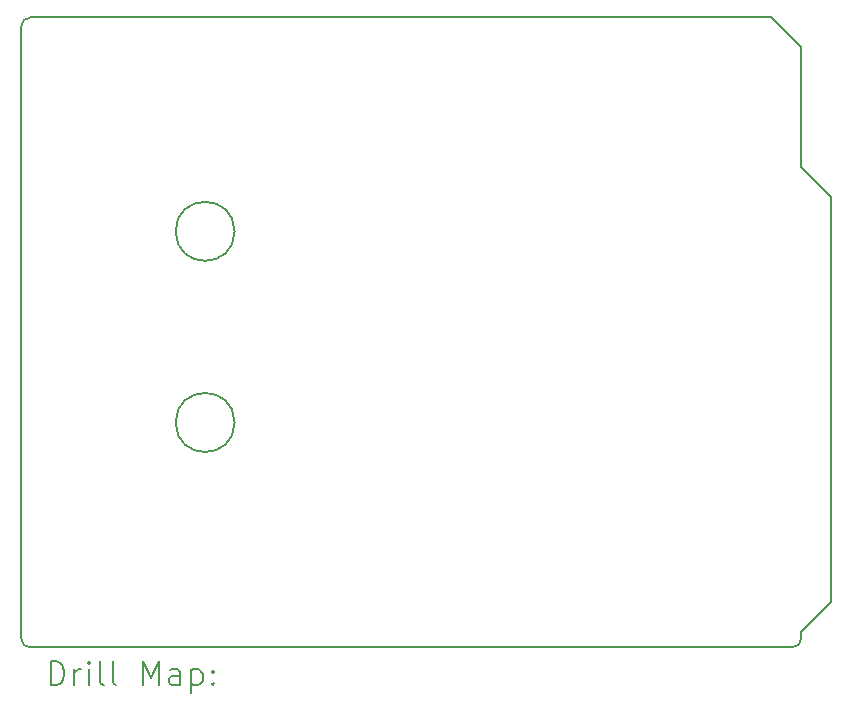
<source format=gbr>
%TF.GenerationSoftware,KiCad,Pcbnew,6.0.11-2627ca5db0~126~ubuntu22.04.1*%
%TF.CreationDate,2024-01-25T08:43:26+01:00*%
%TF.ProjectId,lmwb_ds18b20,6c6d7762-5f64-4733-9138-6232302e6b69,rev?*%
%TF.SameCoordinates,Original*%
%TF.FileFunction,Drillmap*%
%TF.FilePolarity,Positive*%
%FSLAX45Y45*%
G04 Gerber Fmt 4.5, Leading zero omitted, Abs format (unit mm)*
G04 Created by KiCad (PCBNEW 6.0.11-2627ca5db0~126~ubuntu22.04.1) date 2024-01-25 08:43:26*
%MOMM*%
%LPD*%
G01*
G04 APERTURE LIST*
%ADD10C,0.150000*%
%ADD11C,0.200000*%
G04 APERTURE END LIST*
D10*
X16604000Y-5936000D02*
X16858000Y-6190000D01*
X10000000Y-9923800D02*
X10000000Y-4742200D01*
X16858000Y-6190000D02*
X16858000Y-9619000D01*
X16527800Y-10000000D02*
X10076200Y-10000000D01*
X10076200Y-4666000D02*
X16350000Y-4666000D01*
X10000000Y-9923800D02*
G75*
G03*
X10076200Y-10000000I76200J0D01*
G01*
X11807000Y-6477000D02*
G75*
G03*
X11807000Y-6477000I-250000J0D01*
G01*
X16858000Y-9619000D02*
X16604000Y-9873000D01*
X16350000Y-4666000D02*
X16604000Y-4920000D01*
X16527800Y-10000000D02*
G75*
G03*
X16604000Y-9923800I0J76200D01*
G01*
X11807000Y-8095000D02*
G75*
G03*
X11807000Y-8095000I-250000J0D01*
G01*
X16604000Y-4920000D02*
X16604000Y-5936000D01*
X16604000Y-9873000D02*
X16604000Y-9923800D01*
X10076200Y-4666000D02*
G75*
G03*
X10000000Y-4742200I0J-76200D01*
G01*
D11*
X10250119Y-10317976D02*
X10250119Y-10117976D01*
X10297738Y-10117976D01*
X10326310Y-10127500D01*
X10345357Y-10146548D01*
X10354881Y-10165595D01*
X10364405Y-10203690D01*
X10364405Y-10232262D01*
X10354881Y-10270357D01*
X10345357Y-10289405D01*
X10326310Y-10308452D01*
X10297738Y-10317976D01*
X10250119Y-10317976D01*
X10450119Y-10317976D02*
X10450119Y-10184643D01*
X10450119Y-10222738D02*
X10459643Y-10203690D01*
X10469167Y-10194167D01*
X10488214Y-10184643D01*
X10507262Y-10184643D01*
X10573929Y-10317976D02*
X10573929Y-10184643D01*
X10573929Y-10117976D02*
X10564405Y-10127500D01*
X10573929Y-10137024D01*
X10583452Y-10127500D01*
X10573929Y-10117976D01*
X10573929Y-10137024D01*
X10697738Y-10317976D02*
X10678690Y-10308452D01*
X10669167Y-10289405D01*
X10669167Y-10117976D01*
X10802500Y-10317976D02*
X10783452Y-10308452D01*
X10773929Y-10289405D01*
X10773929Y-10117976D01*
X11031071Y-10317976D02*
X11031071Y-10117976D01*
X11097738Y-10260833D01*
X11164405Y-10117976D01*
X11164405Y-10317976D01*
X11345357Y-10317976D02*
X11345357Y-10213214D01*
X11335833Y-10194167D01*
X11316786Y-10184643D01*
X11278690Y-10184643D01*
X11259643Y-10194167D01*
X11345357Y-10308452D02*
X11326309Y-10317976D01*
X11278690Y-10317976D01*
X11259643Y-10308452D01*
X11250119Y-10289405D01*
X11250119Y-10270357D01*
X11259643Y-10251310D01*
X11278690Y-10241786D01*
X11326309Y-10241786D01*
X11345357Y-10232262D01*
X11440595Y-10184643D02*
X11440595Y-10384643D01*
X11440595Y-10194167D02*
X11459643Y-10184643D01*
X11497738Y-10184643D01*
X11516786Y-10194167D01*
X11526309Y-10203690D01*
X11535833Y-10222738D01*
X11535833Y-10279881D01*
X11526309Y-10298929D01*
X11516786Y-10308452D01*
X11497738Y-10317976D01*
X11459643Y-10317976D01*
X11440595Y-10308452D01*
X11621548Y-10298929D02*
X11631071Y-10308452D01*
X11621548Y-10317976D01*
X11612024Y-10308452D01*
X11621548Y-10298929D01*
X11621548Y-10317976D01*
X11621548Y-10194167D02*
X11631071Y-10203690D01*
X11621548Y-10213214D01*
X11612024Y-10203690D01*
X11621548Y-10194167D01*
X11621548Y-10213214D01*
M02*

</source>
